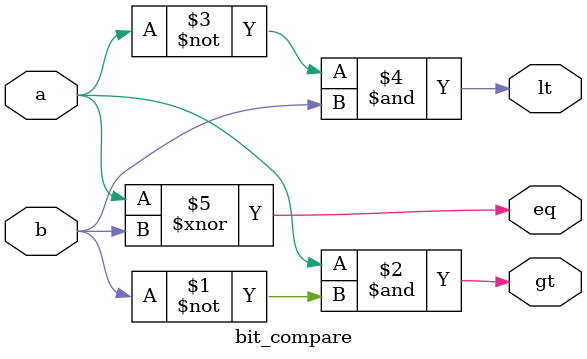
<source format=v>
module magnitude_comparator (A, B, gt, lt, eq);
    input [3:0] A;
    input [3:0] B;
    output gt, lt, eq;
    wire gt0, gt1, gt2, gt3;
    wire lt0, lt1, lt2, lt3;
    wire eq0, eq1, eq2, eq3;

    // Bit-by-bit comparison
    bit_compare bc0 (A[3], B[3], gt3, lt3, eq3);
    bit_compare bc1 (A[2], B[2], gt2, lt2, eq2);
    bit_compare bc2 (A[1], B[1], gt1, lt1, eq1);
    bit_compare bc3 (A[0], B[0], gt0, lt0, eq0);

    // Output determination
    assign gt = gt3 | (eq3 & gt2) | (eq3 & eq2 & gt1) | (eq3 & eq2 & eq1 & gt0);
    assign lt = lt3 | (eq3 & lt2) | (eq3 & eq2 & lt1) | (eq3 & eq2 & eq1 & lt0);
    assign eq = eq3 & eq2 & eq1 & eq0;

endmodule

module bit_compare(a, b, gt, lt, eq);
    input a, b;
    output gt, lt, eq;

    assign gt = a & ~b;
    assign lt = ~a & b;
    assign eq = a ~^ b; // XOR for equality check
endmodule

</source>
